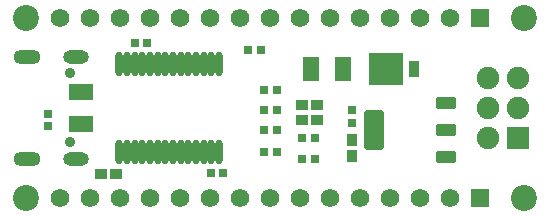
<source format=gbr>
%TF.GenerationSoftware,Altium Limited,Altium Designer,21.4.1 (30)*%
G04 Layer_Color=16711935*
%FSLAX45Y45*%
%MOMM*%
%TF.SameCoordinates,CCA80653-F6CA-46C6-945C-E97865854BA3*%
%TF.FilePolarity,Negative*%
%TF.FileFunction,Soldermask,Bot*%
%TF.Part,Single*%
G01*
G75*
%TA.AperFunction,ComponentPad*%
%ADD27R,1.57000X1.57000*%
%ADD28C,1.57000*%
%TA.AperFunction,SMDPad,CuDef*%
%ADD33R,1.42000X2.13000*%
%ADD37R,2.13000X1.42000*%
%ADD61R,1.10000X0.90000*%
%ADD62R,0.70000X0.80000*%
%ADD63R,0.96200X1.47000*%
%ADD64R,2.87000X2.74000*%
%ADD65R,0.70000X0.70000*%
%ADD66R,0.70000X0.70000*%
%ADD67O,0.65000X2.05000*%
%ADD68R,0.80000X0.70000*%
%ADD69R,0.90000X1.10000*%
G04:AMPARAMS|DCode=70|XSize=3.35mm|YSize=1.65mm|CornerRadius=0.15075mm|HoleSize=0mm|Usage=FLASHONLY|Rotation=90.000|XOffset=0mm|YOffset=0mm|HoleType=Round|Shape=RoundedRectangle|*
%AMROUNDEDRECTD70*
21,1,3.35000,1.34850,0,0,90.0*
21,1,3.04850,1.65000,0,0,90.0*
1,1,0.30150,0.67425,1.52425*
1,1,0.30150,0.67425,-1.52425*
1,1,0.30150,-0.67425,-1.52425*
1,1,0.30150,-0.67425,1.52425*
%
%ADD70ROUNDEDRECTD70*%
G04:AMPARAMS|DCode=71|XSize=1.1mm|YSize=1.65mm|CornerRadius=0.1495mm|HoleSize=0mm|Usage=FLASHONLY|Rotation=90.000|XOffset=0mm|YOffset=0mm|HoleType=Round|Shape=RoundedRectangle|*
%AMROUNDEDRECTD71*
21,1,1.10000,1.35100,0,0,90.0*
21,1,0.80100,1.65000,0,0,90.0*
1,1,0.29900,0.67550,0.40050*
1,1,0.29900,0.67550,-0.40050*
1,1,0.29900,-0.67550,-0.40050*
1,1,0.29900,-0.67550,0.40050*
%
%ADD71ROUNDEDRECTD71*%
%TA.AperFunction,ComponentPad*%
%ADD72C,0.90000*%
%ADD73O,2.30000X1.25000*%
%ADD74O,2.20000X1.15000*%
%ADD75C,2.20000*%
%ADD76C,1.90000*%
%ADD77R,1.90000X1.90000*%
D27*
X3556000Y0D02*
D03*
Y1524000D02*
D03*
D28*
X3302000Y0D02*
D03*
X3048000D02*
D03*
X2794000D02*
D03*
X2540000D02*
D03*
X2286000D02*
D03*
X2032000D02*
D03*
X1778000D02*
D03*
X1524000D02*
D03*
X1270000D02*
D03*
X1016000D02*
D03*
X762000D02*
D03*
X508000D02*
D03*
X254000D02*
D03*
X0D02*
D03*
X3302000Y1524000D02*
D03*
X3048000D02*
D03*
X2794000D02*
D03*
X2540000D02*
D03*
X2286000D02*
D03*
X2032000D02*
D03*
X1778000D02*
D03*
X1524000D02*
D03*
X1270000D02*
D03*
X1016000D02*
D03*
X762000D02*
D03*
X508000D02*
D03*
X254000D02*
D03*
X0D02*
D03*
D33*
X2394021Y1089660D02*
D03*
X2124019D02*
D03*
D37*
X174000Y897001D02*
D03*
Y626999D02*
D03*
D61*
X346401Y203198D02*
D03*
X476398D02*
D03*
X2048201Y660398D02*
D03*
X2178198D02*
D03*
X2048201Y787398D02*
D03*
X2178198D02*
D03*
D62*
X1839921Y571498D02*
D03*
X1729919D02*
D03*
X1839921Y391158D02*
D03*
X1729919D02*
D03*
Y914398D02*
D03*
X1839921D02*
D03*
X1729919Y744218D02*
D03*
X1839921D02*
D03*
X2158203Y507998D02*
D03*
X2048201D02*
D03*
X1588999Y1251996D02*
D03*
X1699001D02*
D03*
X2158203Y330198D02*
D03*
X2048201D02*
D03*
D63*
X2994503Y1092200D02*
D03*
D64*
X2759400D02*
D03*
D65*
X-105999Y611998D02*
D03*
Y711998D02*
D03*
D66*
X734223Y1308100D02*
D03*
X634223D02*
D03*
X1381120Y213360D02*
D03*
X1281120D02*
D03*
D67*
X501503Y1134501D02*
D03*
X566501D02*
D03*
X631500D02*
D03*
X696504D02*
D03*
X761502D02*
D03*
X826501D02*
D03*
X891499D02*
D03*
X956503D02*
D03*
X1021502D02*
D03*
X1086500D02*
D03*
X1151499D02*
D03*
X1216503D02*
D03*
X1281501D02*
D03*
X1346500D02*
D03*
X501503Y389499D02*
D03*
X566501D02*
D03*
X631500D02*
D03*
X696504D02*
D03*
X761502D02*
D03*
X826501D02*
D03*
X891499D02*
D03*
X956503D02*
D03*
X1021502D02*
D03*
X1086500D02*
D03*
X1151499D02*
D03*
X1216503D02*
D03*
X1281501D02*
D03*
X1346500D02*
D03*
D68*
X2474001Y636996D02*
D03*
Y746999D02*
D03*
D69*
Y486999D02*
D03*
Y356997D02*
D03*
D70*
X2656500Y571998D02*
D03*
D71*
X3271500Y342001D02*
D03*
Y571998D02*
D03*
Y802000D02*
D03*
D72*
X82240Y474980D02*
D03*
Y1052977D02*
D03*
D73*
X-282763Y331978D02*
D03*
Y1195979D02*
D03*
D74*
X135240Y331978D02*
D03*
Y1195979D02*
D03*
D75*
X-285999Y1521998D02*
D03*
X3927800Y1524000D02*
D03*
Y0D02*
D03*
X-285999Y1996D02*
D03*
D76*
X3620461Y1015998D02*
D03*
Y507998D02*
D03*
Y761998D02*
D03*
X3874461D02*
D03*
Y1015998D02*
D03*
D77*
Y507998D02*
D03*
%TF.MD5,d6d6390289e5de0ae81b5cfea5486be2*%
M02*

</source>
